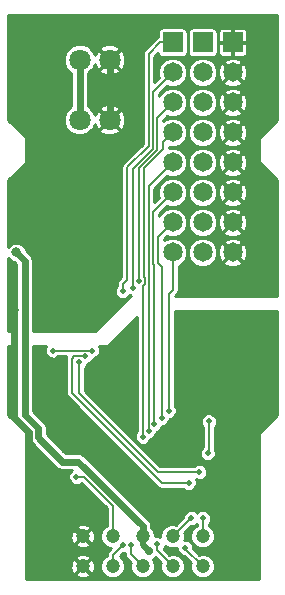
<source format=gbl>
G04 #@! TF.FileFunction,Copper,L2,Bot,Signal*
%FSLAX46Y46*%
G04 Gerber Fmt 4.6, Leading zero omitted, Abs format (unit mm)*
G04 Created by KiCad (PCBNEW 4.0.7) date 07/31/18 09:39:55*
%MOMM*%
%LPD*%
G01*
G04 APERTURE LIST*
%ADD10C,0.100000*%
%ADD11C,1.200000*%
%ADD12C,1.800000*%
%ADD13R,1.651000X1.651000*%
%ADD14C,1.651000*%
%ADD15C,0.500000*%
%ADD16C,0.800000*%
%ADD17C,0.600000*%
%ADD18C,0.700000*%
%ADD19C,0.152400*%
%ADD20C,0.600000*%
%ADD21C,0.500000*%
%ADD22C,0.254000*%
G04 APERTURE END LIST*
D10*
D11*
X155080000Y-120230000D03*
X155080000Y-122770000D03*
X152540000Y-120230000D03*
X152540000Y-122770000D03*
X150000000Y-120230000D03*
X150000000Y-122770000D03*
X147460000Y-120230000D03*
X147460000Y-122770000D03*
X144920000Y-120230000D03*
X144920000Y-122770000D03*
D12*
X144666000Y-79880000D03*
X147206000Y-79880000D03*
X144666000Y-84960000D03*
X147206000Y-84960000D03*
D13*
X155080000Y-78410000D03*
D14*
X155080000Y-80950000D03*
X155080000Y-83490000D03*
X155080000Y-86030000D03*
X155080000Y-88570000D03*
X155080000Y-91110000D03*
X155080000Y-93650000D03*
X155080000Y-96190000D03*
D13*
X157620000Y-78410000D03*
D14*
X157620000Y-80950000D03*
X157620000Y-83490000D03*
X157620000Y-86030000D03*
X157620000Y-88570000D03*
X157620000Y-91110000D03*
X157620000Y-93650000D03*
X157620000Y-96190000D03*
D13*
X152540000Y-78410000D03*
D14*
X152540000Y-80950000D03*
X152540000Y-83490000D03*
X152540000Y-86030000D03*
X152540000Y-88570000D03*
X152540000Y-91110000D03*
X152540000Y-93650000D03*
X152540000Y-96190000D03*
D15*
X148300000Y-121000000D03*
X149000000Y-121000000D03*
X153600000Y-121200000D03*
X155600000Y-110500000D03*
X155500000Y-113200000D03*
X151200000Y-120900000D03*
D16*
X139100000Y-101100000D03*
X145700000Y-117600000D03*
X142700000Y-122500000D03*
D17*
X143400000Y-112900000D03*
X153500000Y-103900000D03*
X146400000Y-112100000D03*
X148700000Y-114100000D03*
D15*
X145700000Y-104500000D03*
X142400000Y-104500000D03*
X144400000Y-115200000D03*
X154100000Y-118700000D03*
X153900000Y-115700000D03*
X145100000Y-105000000D03*
X154800000Y-114800000D03*
X155100000Y-118700000D03*
X144600000Y-105500000D03*
D16*
X139300000Y-96200000D03*
D18*
X150500000Y-121500000D03*
D15*
X149200000Y-99200000D03*
X149700000Y-98600000D03*
X150000000Y-111800000D03*
X150500000Y-111300000D03*
X151000000Y-110700000D03*
X151600000Y-110200000D03*
X152200000Y-109600000D03*
X148300000Y-99500000D03*
D19*
X147460000Y-122770000D02*
X147460000Y-121840000D01*
X147460000Y-121840000D02*
X148300000Y-121000000D01*
X150000000Y-122770000D02*
X149000000Y-121770000D01*
X149000000Y-121770000D02*
X149000000Y-121000000D01*
X155080000Y-122770000D02*
X153600000Y-121290000D01*
X153600000Y-121290000D02*
X153600000Y-121200000D01*
X155600000Y-110500000D02*
X155600000Y-113100000D01*
X155600000Y-113100000D02*
X155500000Y-113200000D01*
X152540000Y-122770000D02*
X151200000Y-121430000D01*
X151200000Y-121430000D02*
X151200000Y-120900000D01*
D20*
X140400000Y-111400000D02*
X139100000Y-110100000D01*
X139100000Y-110100000D02*
X139100000Y-101100000D01*
X140400000Y-117300000D02*
X140400000Y-111400000D01*
X142730001Y-119630001D02*
X140400000Y-117300000D01*
X144920000Y-120230000D02*
X144320001Y-119630001D01*
X144320001Y-119630001D02*
X142730001Y-119630001D01*
X147206000Y-79880000D02*
X147206000Y-84960000D01*
D19*
X142400000Y-104500000D02*
X145700000Y-104500000D01*
X147460000Y-117660000D02*
X145000000Y-115200000D01*
X145000000Y-115200000D02*
X144400000Y-115200000D01*
X147460000Y-120230000D02*
X147460000Y-117660000D01*
X145100000Y-105000000D02*
X144200000Y-105000000D01*
X144200000Y-105000000D02*
X144000000Y-105200000D01*
X144000000Y-108100000D02*
X151600000Y-115700000D01*
X144000000Y-105200000D02*
X144000000Y-108100000D01*
X151600000Y-115700000D02*
X153900000Y-115700000D01*
X152540000Y-120230000D02*
X154070000Y-118700000D01*
X154070000Y-118700000D02*
X154100000Y-118700000D01*
X144600000Y-105500000D02*
X144600000Y-108100000D01*
X144600000Y-108100000D02*
X151300000Y-114800000D01*
X151300000Y-114800000D02*
X154800000Y-114800000D01*
X155080000Y-120230000D02*
X155080000Y-118720000D01*
X155080000Y-118720000D02*
X155100000Y-118700000D01*
D20*
X140000000Y-102000000D02*
X140000000Y-96900000D01*
X140000000Y-96900000D02*
X139300000Y-96200000D01*
X143200000Y-113900000D02*
X141152411Y-111852411D01*
X141152411Y-111852411D02*
X141152411Y-111088342D01*
X144547568Y-113900000D02*
X143200000Y-113900000D01*
X150000000Y-119352432D02*
X144547568Y-113900000D01*
X150000000Y-120230000D02*
X150000000Y-119352432D01*
D21*
X150000000Y-120230000D02*
X150000000Y-121000000D01*
X150000000Y-121000000D02*
X150500000Y-121500000D01*
X150000000Y-120230000D02*
X150000000Y-120300000D01*
D20*
X140000000Y-109935931D02*
X140000000Y-102565685D01*
X140000000Y-102565685D02*
X140000000Y-102000000D01*
X141152411Y-111088342D02*
X140000000Y-109935931D01*
D19*
X150900000Y-87400000D02*
X150900000Y-82590000D01*
X150900000Y-82590000D02*
X152540000Y-80950000D01*
X149200000Y-89100000D02*
X150900000Y-87400000D01*
X149200000Y-99200000D02*
X149200000Y-89100000D01*
X151714501Y-84315499D02*
X152540000Y-83490000D01*
X151204809Y-84825191D02*
X151714501Y-84315499D01*
X151204809Y-87526257D02*
X151204809Y-84825191D01*
X149700000Y-98600000D02*
X149700000Y-89031066D01*
X149700000Y-89031066D02*
X151204809Y-87526257D01*
X151714501Y-87447631D02*
X151714501Y-86855499D01*
X150078601Y-98270271D02*
X150078601Y-89083531D01*
X150178601Y-98370271D02*
X150078601Y-98270271D01*
X150078601Y-89083531D02*
X151714501Y-87447631D01*
X150178601Y-98829729D02*
X150178601Y-98370271D01*
X150000000Y-99008330D02*
X150178601Y-98829729D01*
X150000000Y-111800000D02*
X150000000Y-99008330D01*
X151714501Y-86855499D02*
X152540000Y-86030000D01*
X150500000Y-111300000D02*
X150500000Y-90610000D01*
X150500000Y-90610000D02*
X152540000Y-88570000D01*
X151000000Y-110700000D02*
X151000000Y-97300000D01*
X151000000Y-97300000D02*
X150900000Y-97200000D01*
X150900000Y-97200000D02*
X150900000Y-92750000D01*
X150900000Y-92750000D02*
X152540000Y-91110000D01*
X151600000Y-110200000D02*
X151600000Y-97400000D01*
X151600000Y-97400000D02*
X151300000Y-97100000D01*
X151300000Y-97100000D02*
X151300000Y-94890000D01*
X151300000Y-94890000D02*
X152540000Y-93650000D01*
X152200000Y-109600000D02*
X152200000Y-99700000D01*
X152200000Y-99700000D02*
X152540000Y-99360000D01*
X152540000Y-99360000D02*
X152540000Y-96190000D01*
X150500000Y-79400000D02*
X151490000Y-78410000D01*
X151490000Y-78410000D02*
X152540000Y-78410000D01*
X150500000Y-87200000D02*
X150500000Y-79400000D01*
X148700000Y-89000000D02*
X150500000Y-87200000D01*
X148700000Y-98500000D02*
X148700000Y-89000000D01*
X148300000Y-98900000D02*
X148700000Y-98500000D01*
X148300000Y-99500000D02*
X148300000Y-98900000D01*
D20*
X144666000Y-79880000D02*
X144666000Y-84960000D01*
D22*
G36*
X161373000Y-84947394D02*
X159910197Y-86410197D01*
X159883006Y-86450590D01*
X159873000Y-86500000D01*
X159873000Y-88500000D01*
X159882334Y-88547789D01*
X159910197Y-88589803D01*
X161373000Y-90052606D01*
X161373000Y-99873000D01*
X152738632Y-99873000D01*
X152895816Y-99715816D01*
X153004896Y-99552566D01*
X153043200Y-99360000D01*
X153043200Y-97337289D01*
X153248557Y-97252437D01*
X153601199Y-96900411D01*
X153792282Y-96440231D01*
X153792283Y-96438045D01*
X153827283Y-96438045D01*
X154017563Y-96898557D01*
X154369589Y-97251199D01*
X154829769Y-97442282D01*
X155328045Y-97442717D01*
X155788557Y-97252437D01*
X156007754Y-97033622D01*
X156808905Y-97033622D01*
X156888105Y-97236497D01*
X157344294Y-97436921D01*
X157842457Y-97447513D01*
X158306753Y-97266660D01*
X158351895Y-97236497D01*
X158431095Y-97033622D01*
X157620000Y-96222527D01*
X156808905Y-97033622D01*
X156007754Y-97033622D01*
X156141199Y-96900411D01*
X156332282Y-96440231D01*
X156332306Y-96412457D01*
X156362487Y-96412457D01*
X156543340Y-96876753D01*
X156573503Y-96921895D01*
X156776378Y-97001095D01*
X157587473Y-96190000D01*
X157652527Y-96190000D01*
X158463622Y-97001095D01*
X158666497Y-96921895D01*
X158866921Y-96465706D01*
X158877513Y-95967543D01*
X158696660Y-95503247D01*
X158666497Y-95458105D01*
X158463622Y-95378905D01*
X157652527Y-96190000D01*
X157587473Y-96190000D01*
X156776378Y-95378905D01*
X156573503Y-95458105D01*
X156373079Y-95914294D01*
X156362487Y-96412457D01*
X156332306Y-96412457D01*
X156332717Y-95941955D01*
X156142437Y-95481443D01*
X156007608Y-95346378D01*
X156808905Y-95346378D01*
X157620000Y-96157473D01*
X158431095Y-95346378D01*
X158351895Y-95143503D01*
X157895706Y-94943079D01*
X157397543Y-94932487D01*
X156933247Y-95113340D01*
X156888105Y-95143503D01*
X156808905Y-95346378D01*
X156007608Y-95346378D01*
X155790411Y-95128801D01*
X155330231Y-94937718D01*
X154831955Y-94937283D01*
X154371443Y-95127563D01*
X154018801Y-95479589D01*
X153827718Y-95939769D01*
X153827283Y-96438045D01*
X153792283Y-96438045D01*
X153792717Y-95941955D01*
X153602437Y-95481443D01*
X153250411Y-95128801D01*
X152790231Y-94937718D01*
X152291955Y-94937283D01*
X151831443Y-95127563D01*
X151803200Y-95155757D01*
X151803200Y-95098432D01*
X152084560Y-94817072D01*
X152289769Y-94902282D01*
X152788045Y-94902717D01*
X153248557Y-94712437D01*
X153601199Y-94360411D01*
X153792282Y-93900231D01*
X153792283Y-93898045D01*
X153827283Y-93898045D01*
X154017563Y-94358557D01*
X154369589Y-94711199D01*
X154829769Y-94902282D01*
X155328045Y-94902717D01*
X155788557Y-94712437D01*
X156007754Y-94493622D01*
X156808905Y-94493622D01*
X156888105Y-94696497D01*
X157344294Y-94896921D01*
X157842457Y-94907513D01*
X158306753Y-94726660D01*
X158351895Y-94696497D01*
X158431095Y-94493622D01*
X157620000Y-93682527D01*
X156808905Y-94493622D01*
X156007754Y-94493622D01*
X156141199Y-94360411D01*
X156332282Y-93900231D01*
X156332306Y-93872457D01*
X156362487Y-93872457D01*
X156543340Y-94336753D01*
X156573503Y-94381895D01*
X156776378Y-94461095D01*
X157587473Y-93650000D01*
X157652527Y-93650000D01*
X158463622Y-94461095D01*
X158666497Y-94381895D01*
X158866921Y-93925706D01*
X158877513Y-93427543D01*
X158696660Y-92963247D01*
X158666497Y-92918105D01*
X158463622Y-92838905D01*
X157652527Y-93650000D01*
X157587473Y-93650000D01*
X156776378Y-92838905D01*
X156573503Y-92918105D01*
X156373079Y-93374294D01*
X156362487Y-93872457D01*
X156332306Y-93872457D01*
X156332717Y-93401955D01*
X156142437Y-92941443D01*
X156007608Y-92806378D01*
X156808905Y-92806378D01*
X157620000Y-93617473D01*
X158431095Y-92806378D01*
X158351895Y-92603503D01*
X157895706Y-92403079D01*
X157397543Y-92392487D01*
X156933247Y-92573340D01*
X156888105Y-92603503D01*
X156808905Y-92806378D01*
X156007608Y-92806378D01*
X155790411Y-92588801D01*
X155330231Y-92397718D01*
X154831955Y-92397283D01*
X154371443Y-92587563D01*
X154018801Y-92939589D01*
X153827718Y-93399769D01*
X153827283Y-93898045D01*
X153792283Y-93898045D01*
X153792717Y-93401955D01*
X153602437Y-92941443D01*
X153250411Y-92588801D01*
X152790231Y-92397718D01*
X152291955Y-92397283D01*
X151831443Y-92587563D01*
X151478801Y-92939589D01*
X151403200Y-93121657D01*
X151403200Y-92958432D01*
X152084560Y-92277072D01*
X152289769Y-92362282D01*
X152788045Y-92362717D01*
X153248557Y-92172437D01*
X153601199Y-91820411D01*
X153792282Y-91360231D01*
X153792283Y-91358045D01*
X153827283Y-91358045D01*
X154017563Y-91818557D01*
X154369589Y-92171199D01*
X154829769Y-92362282D01*
X155328045Y-92362717D01*
X155788557Y-92172437D01*
X156007754Y-91953622D01*
X156808905Y-91953622D01*
X156888105Y-92156497D01*
X157344294Y-92356921D01*
X157842457Y-92367513D01*
X158306753Y-92186660D01*
X158351895Y-92156497D01*
X158431095Y-91953622D01*
X157620000Y-91142527D01*
X156808905Y-91953622D01*
X156007754Y-91953622D01*
X156141199Y-91820411D01*
X156332282Y-91360231D01*
X156332306Y-91332457D01*
X156362487Y-91332457D01*
X156543340Y-91796753D01*
X156573503Y-91841895D01*
X156776378Y-91921095D01*
X157587473Y-91110000D01*
X157652527Y-91110000D01*
X158463622Y-91921095D01*
X158666497Y-91841895D01*
X158866921Y-91385706D01*
X158877513Y-90887543D01*
X158696660Y-90423247D01*
X158666497Y-90378105D01*
X158463622Y-90298905D01*
X157652527Y-91110000D01*
X157587473Y-91110000D01*
X156776378Y-90298905D01*
X156573503Y-90378105D01*
X156373079Y-90834294D01*
X156362487Y-91332457D01*
X156332306Y-91332457D01*
X156332717Y-90861955D01*
X156142437Y-90401443D01*
X156007608Y-90266378D01*
X156808905Y-90266378D01*
X157620000Y-91077473D01*
X158431095Y-90266378D01*
X158351895Y-90063503D01*
X157895706Y-89863079D01*
X157397543Y-89852487D01*
X156933247Y-90033340D01*
X156888105Y-90063503D01*
X156808905Y-90266378D01*
X156007608Y-90266378D01*
X155790411Y-90048801D01*
X155330231Y-89857718D01*
X154831955Y-89857283D01*
X154371443Y-90047563D01*
X154018801Y-90399589D01*
X153827718Y-90859769D01*
X153827283Y-91358045D01*
X153792283Y-91358045D01*
X153792717Y-90861955D01*
X153602437Y-90401443D01*
X153250411Y-90048801D01*
X152790231Y-89857718D01*
X152291955Y-89857283D01*
X151831443Y-90047563D01*
X151478801Y-90399589D01*
X151287718Y-90859769D01*
X151287283Y-91358045D01*
X151372963Y-91565405D01*
X151003200Y-91935168D01*
X151003200Y-90818432D01*
X152084560Y-89737072D01*
X152289769Y-89822282D01*
X152788045Y-89822717D01*
X153248557Y-89632437D01*
X153601199Y-89280411D01*
X153792282Y-88820231D01*
X153792283Y-88818045D01*
X153827283Y-88818045D01*
X154017563Y-89278557D01*
X154369589Y-89631199D01*
X154829769Y-89822282D01*
X155328045Y-89822717D01*
X155788557Y-89632437D01*
X156007754Y-89413622D01*
X156808905Y-89413622D01*
X156888105Y-89616497D01*
X157344294Y-89816921D01*
X157842457Y-89827513D01*
X158306753Y-89646660D01*
X158351895Y-89616497D01*
X158431095Y-89413622D01*
X157620000Y-88602527D01*
X156808905Y-89413622D01*
X156007754Y-89413622D01*
X156141199Y-89280411D01*
X156332282Y-88820231D01*
X156332306Y-88792457D01*
X156362487Y-88792457D01*
X156543340Y-89256753D01*
X156573503Y-89301895D01*
X156776378Y-89381095D01*
X157587473Y-88570000D01*
X157652527Y-88570000D01*
X158463622Y-89381095D01*
X158666497Y-89301895D01*
X158866921Y-88845706D01*
X158877513Y-88347543D01*
X158696660Y-87883247D01*
X158666497Y-87838105D01*
X158463622Y-87758905D01*
X157652527Y-88570000D01*
X157587473Y-88570000D01*
X156776378Y-87758905D01*
X156573503Y-87838105D01*
X156373079Y-88294294D01*
X156362487Y-88792457D01*
X156332306Y-88792457D01*
X156332717Y-88321955D01*
X156142437Y-87861443D01*
X156007608Y-87726378D01*
X156808905Y-87726378D01*
X157620000Y-88537473D01*
X158431095Y-87726378D01*
X158351895Y-87523503D01*
X157895706Y-87323079D01*
X157397543Y-87312487D01*
X156933247Y-87493340D01*
X156888105Y-87523503D01*
X156808905Y-87726378D01*
X156007608Y-87726378D01*
X155790411Y-87508801D01*
X155330231Y-87317718D01*
X154831955Y-87317283D01*
X154371443Y-87507563D01*
X154018801Y-87859589D01*
X153827718Y-88319769D01*
X153827283Y-88818045D01*
X153792283Y-88818045D01*
X153792717Y-88321955D01*
X153602437Y-87861443D01*
X153250411Y-87508801D01*
X152790231Y-87317718D01*
X152291955Y-87317283D01*
X152217701Y-87347964D01*
X152217701Y-87252357D01*
X152289769Y-87282282D01*
X152788045Y-87282717D01*
X153248557Y-87092437D01*
X153601199Y-86740411D01*
X153792282Y-86280231D01*
X153792283Y-86278045D01*
X153827283Y-86278045D01*
X154017563Y-86738557D01*
X154369589Y-87091199D01*
X154829769Y-87282282D01*
X155328045Y-87282717D01*
X155788557Y-87092437D01*
X156007754Y-86873622D01*
X156808905Y-86873622D01*
X156888105Y-87076497D01*
X157344294Y-87276921D01*
X157842457Y-87287513D01*
X158306753Y-87106660D01*
X158351895Y-87076497D01*
X158431095Y-86873622D01*
X157620000Y-86062527D01*
X156808905Y-86873622D01*
X156007754Y-86873622D01*
X156141199Y-86740411D01*
X156332282Y-86280231D01*
X156332306Y-86252457D01*
X156362487Y-86252457D01*
X156543340Y-86716753D01*
X156573503Y-86761895D01*
X156776378Y-86841095D01*
X157587473Y-86030000D01*
X157652527Y-86030000D01*
X158463622Y-86841095D01*
X158666497Y-86761895D01*
X158866921Y-86305706D01*
X158877513Y-85807543D01*
X158696660Y-85343247D01*
X158666497Y-85298105D01*
X158463622Y-85218905D01*
X157652527Y-86030000D01*
X157587473Y-86030000D01*
X156776378Y-85218905D01*
X156573503Y-85298105D01*
X156373079Y-85754294D01*
X156362487Y-86252457D01*
X156332306Y-86252457D01*
X156332717Y-85781955D01*
X156142437Y-85321443D01*
X156007608Y-85186378D01*
X156808905Y-85186378D01*
X157620000Y-85997473D01*
X158431095Y-85186378D01*
X158351895Y-84983503D01*
X157895706Y-84783079D01*
X157397543Y-84772487D01*
X156933247Y-84953340D01*
X156888105Y-84983503D01*
X156808905Y-85186378D01*
X156007608Y-85186378D01*
X155790411Y-84968801D01*
X155330231Y-84777718D01*
X154831955Y-84777283D01*
X154371443Y-84967563D01*
X154018801Y-85319589D01*
X153827718Y-85779769D01*
X153827283Y-86278045D01*
X153792283Y-86278045D01*
X153792717Y-85781955D01*
X153602437Y-85321443D01*
X153250411Y-84968801D01*
X152790231Y-84777718D01*
X152291955Y-84777283D01*
X151831443Y-84967563D01*
X151708009Y-85090781D01*
X151708009Y-85033623D01*
X152084560Y-84657072D01*
X152289769Y-84742282D01*
X152788045Y-84742717D01*
X153248557Y-84552437D01*
X153601199Y-84200411D01*
X153792282Y-83740231D01*
X153792283Y-83738045D01*
X153827283Y-83738045D01*
X154017563Y-84198557D01*
X154369589Y-84551199D01*
X154829769Y-84742282D01*
X155328045Y-84742717D01*
X155788557Y-84552437D01*
X156007754Y-84333622D01*
X156808905Y-84333622D01*
X156888105Y-84536497D01*
X157344294Y-84736921D01*
X157842457Y-84747513D01*
X158306753Y-84566660D01*
X158351895Y-84536497D01*
X158431095Y-84333622D01*
X157620000Y-83522527D01*
X156808905Y-84333622D01*
X156007754Y-84333622D01*
X156141199Y-84200411D01*
X156332282Y-83740231D01*
X156332306Y-83712457D01*
X156362487Y-83712457D01*
X156543340Y-84176753D01*
X156573503Y-84221895D01*
X156776378Y-84301095D01*
X157587473Y-83490000D01*
X157652527Y-83490000D01*
X158463622Y-84301095D01*
X158666497Y-84221895D01*
X158866921Y-83765706D01*
X158877513Y-83267543D01*
X158696660Y-82803247D01*
X158666497Y-82758105D01*
X158463622Y-82678905D01*
X157652527Y-83490000D01*
X157587473Y-83490000D01*
X156776378Y-82678905D01*
X156573503Y-82758105D01*
X156373079Y-83214294D01*
X156362487Y-83712457D01*
X156332306Y-83712457D01*
X156332717Y-83241955D01*
X156142437Y-82781443D01*
X156007608Y-82646378D01*
X156808905Y-82646378D01*
X157620000Y-83457473D01*
X158431095Y-82646378D01*
X158351895Y-82443503D01*
X157895706Y-82243079D01*
X157397543Y-82232487D01*
X156933247Y-82413340D01*
X156888105Y-82443503D01*
X156808905Y-82646378D01*
X156007608Y-82646378D01*
X155790411Y-82428801D01*
X155330231Y-82237718D01*
X154831955Y-82237283D01*
X154371443Y-82427563D01*
X154018801Y-82779589D01*
X153827718Y-83239769D01*
X153827283Y-83738045D01*
X153792283Y-83738045D01*
X153792717Y-83241955D01*
X153602437Y-82781443D01*
X153250411Y-82428801D01*
X152790231Y-82237718D01*
X152291955Y-82237283D01*
X151831443Y-82427563D01*
X151478801Y-82779589D01*
X151403200Y-82961657D01*
X151403200Y-82798432D01*
X152084560Y-82117072D01*
X152289769Y-82202282D01*
X152788045Y-82202717D01*
X153248557Y-82012437D01*
X153601199Y-81660411D01*
X153792282Y-81200231D01*
X153792283Y-81198045D01*
X153827283Y-81198045D01*
X154017563Y-81658557D01*
X154369589Y-82011199D01*
X154829769Y-82202282D01*
X155328045Y-82202717D01*
X155788557Y-82012437D01*
X156007754Y-81793622D01*
X156808905Y-81793622D01*
X156888105Y-81996497D01*
X157344294Y-82196921D01*
X157842457Y-82207513D01*
X158306753Y-82026660D01*
X158351895Y-81996497D01*
X158431095Y-81793622D01*
X157620000Y-80982527D01*
X156808905Y-81793622D01*
X156007754Y-81793622D01*
X156141199Y-81660411D01*
X156332282Y-81200231D01*
X156332306Y-81172457D01*
X156362487Y-81172457D01*
X156543340Y-81636753D01*
X156573503Y-81681895D01*
X156776378Y-81761095D01*
X157587473Y-80950000D01*
X157652527Y-80950000D01*
X158463622Y-81761095D01*
X158666497Y-81681895D01*
X158866921Y-81225706D01*
X158877513Y-80727543D01*
X158696660Y-80263247D01*
X158666497Y-80218105D01*
X158463622Y-80138905D01*
X157652527Y-80950000D01*
X157587473Y-80950000D01*
X156776378Y-80138905D01*
X156573503Y-80218105D01*
X156373079Y-80674294D01*
X156362487Y-81172457D01*
X156332306Y-81172457D01*
X156332717Y-80701955D01*
X156142437Y-80241443D01*
X156007608Y-80106378D01*
X156808905Y-80106378D01*
X157620000Y-80917473D01*
X158431095Y-80106378D01*
X158351895Y-79903503D01*
X157895706Y-79703079D01*
X157397543Y-79692487D01*
X156933247Y-79873340D01*
X156888105Y-79903503D01*
X156808905Y-80106378D01*
X156007608Y-80106378D01*
X155790411Y-79888801D01*
X155330231Y-79697718D01*
X154831955Y-79697283D01*
X154371443Y-79887563D01*
X154018801Y-80239589D01*
X153827718Y-80699769D01*
X153827283Y-81198045D01*
X153792283Y-81198045D01*
X153792717Y-80701955D01*
X153602437Y-80241443D01*
X153250411Y-79888801D01*
X152790231Y-79697718D01*
X152291955Y-79697283D01*
X151831443Y-79887563D01*
X151478801Y-80239589D01*
X151287718Y-80699769D01*
X151287283Y-81198045D01*
X151372963Y-81405405D01*
X151003200Y-81775168D01*
X151003200Y-79608432D01*
X151294496Y-79317136D01*
X151308909Y-79393737D01*
X151402427Y-79539067D01*
X151545119Y-79636564D01*
X151714500Y-79670865D01*
X153365500Y-79670865D01*
X153523737Y-79641091D01*
X153669067Y-79547573D01*
X153766564Y-79404881D01*
X153800865Y-79235500D01*
X153800865Y-77584500D01*
X153819135Y-77584500D01*
X153819135Y-79235500D01*
X153848909Y-79393737D01*
X153942427Y-79539067D01*
X154085119Y-79636564D01*
X154254500Y-79670865D01*
X155905500Y-79670865D01*
X156063737Y-79641091D01*
X156209067Y-79547573D01*
X156306564Y-79404881D01*
X156340865Y-79235500D01*
X156340865Y-78539750D01*
X156367500Y-78539750D01*
X156367500Y-79320436D01*
X156432507Y-79477376D01*
X156552624Y-79597493D01*
X156709565Y-79662500D01*
X157490250Y-79662500D01*
X157597000Y-79555750D01*
X157597000Y-78433000D01*
X157643000Y-78433000D01*
X157643000Y-79555750D01*
X157749750Y-79662500D01*
X158530435Y-79662500D01*
X158687376Y-79597493D01*
X158807493Y-79477376D01*
X158872500Y-79320436D01*
X158872500Y-78539750D01*
X158765750Y-78433000D01*
X157643000Y-78433000D01*
X157597000Y-78433000D01*
X156474250Y-78433000D01*
X156367500Y-78539750D01*
X156340865Y-78539750D01*
X156340865Y-77584500D01*
X156324884Y-77499564D01*
X156367500Y-77499564D01*
X156367500Y-78280250D01*
X156474250Y-78387000D01*
X157597000Y-78387000D01*
X157597000Y-77264250D01*
X157643000Y-77264250D01*
X157643000Y-78387000D01*
X158765750Y-78387000D01*
X158872500Y-78280250D01*
X158872500Y-77499564D01*
X158807493Y-77342624D01*
X158687376Y-77222507D01*
X158530435Y-77157500D01*
X157749750Y-77157500D01*
X157643000Y-77264250D01*
X157597000Y-77264250D01*
X157490250Y-77157500D01*
X156709565Y-77157500D01*
X156552624Y-77222507D01*
X156432507Y-77342624D01*
X156367500Y-77499564D01*
X156324884Y-77499564D01*
X156311091Y-77426263D01*
X156217573Y-77280933D01*
X156074881Y-77183436D01*
X155905500Y-77149135D01*
X154254500Y-77149135D01*
X154096263Y-77178909D01*
X153950933Y-77272427D01*
X153853436Y-77415119D01*
X153819135Y-77584500D01*
X153800865Y-77584500D01*
X153771091Y-77426263D01*
X153677573Y-77280933D01*
X153534881Y-77183436D01*
X153365500Y-77149135D01*
X151714500Y-77149135D01*
X151556263Y-77178909D01*
X151410933Y-77272427D01*
X151313436Y-77415119D01*
X151279135Y-77584500D01*
X151279135Y-77957330D01*
X151134184Y-78054184D01*
X150144184Y-79044184D01*
X150035104Y-79207434D01*
X149996800Y-79400000D01*
X149996800Y-86991568D01*
X148344184Y-88644184D01*
X148235104Y-88807434D01*
X148196800Y-89000000D01*
X148196800Y-98291568D01*
X147944184Y-98544184D01*
X147835104Y-98707434D01*
X147796800Y-98900000D01*
X147796800Y-99045735D01*
X147726402Y-99116010D01*
X147623118Y-99364746D01*
X147622883Y-99634073D01*
X147725733Y-99882989D01*
X147916010Y-100073598D01*
X148164746Y-100176882D01*
X148434073Y-100177117D01*
X148682989Y-100074267D01*
X148873598Y-99883990D01*
X148904226Y-99810229D01*
X149055397Y-99873000D01*
X149000000Y-99873000D01*
X148950590Y-99883006D01*
X148910197Y-99910197D01*
X145947394Y-102873000D01*
X140727000Y-102873000D01*
X140727000Y-96900000D01*
X140671660Y-96621789D01*
X140514067Y-96385933D01*
X140514064Y-96385931D01*
X140100941Y-95972807D01*
X140001505Y-95732154D01*
X139769070Y-95499312D01*
X139465222Y-95373144D01*
X139136221Y-95372857D01*
X138832154Y-95498495D01*
X138627000Y-95703290D01*
X138627000Y-90052606D01*
X140089803Y-88589803D01*
X140116994Y-88549410D01*
X140127000Y-88500000D01*
X140127000Y-86500000D01*
X140117666Y-86452211D01*
X140089803Y-86410197D01*
X138627000Y-84947394D01*
X138627000Y-80142798D01*
X143338771Y-80142798D01*
X143540369Y-80630703D01*
X143913334Y-81004319D01*
X143939000Y-81014977D01*
X143939000Y-83824575D01*
X143915297Y-83834369D01*
X143541681Y-84207334D01*
X143339231Y-84694885D01*
X143338771Y-85222798D01*
X143540369Y-85710703D01*
X143913334Y-86084319D01*
X144400885Y-86286769D01*
X144928798Y-86287229D01*
X145416703Y-86085631D01*
X145645389Y-85857343D01*
X146341184Y-85857343D01*
X146429451Y-86067959D01*
X146912560Y-86280793D01*
X147440342Y-86292548D01*
X147932448Y-86101435D01*
X147982549Y-86067959D01*
X148070816Y-85857343D01*
X147206000Y-84992527D01*
X146341184Y-85857343D01*
X145645389Y-85857343D01*
X145790319Y-85712666D01*
X145937290Y-85358722D01*
X146064565Y-85686448D01*
X146098041Y-85736549D01*
X146308657Y-85824816D01*
X147173473Y-84960000D01*
X147238527Y-84960000D01*
X148103343Y-85824816D01*
X148313959Y-85736549D01*
X148526793Y-85253440D01*
X148538548Y-84725658D01*
X148347435Y-84233552D01*
X148313959Y-84183451D01*
X148103343Y-84095184D01*
X147238527Y-84960000D01*
X147173473Y-84960000D01*
X146308657Y-84095184D01*
X146098041Y-84183451D01*
X145934416Y-84554862D01*
X145791631Y-84209297D01*
X145645247Y-84062657D01*
X146341184Y-84062657D01*
X147206000Y-84927473D01*
X148070816Y-84062657D01*
X147982549Y-83852041D01*
X147499440Y-83639207D01*
X146971658Y-83627452D01*
X146479552Y-83818565D01*
X146429451Y-83852041D01*
X146341184Y-84062657D01*
X145645247Y-84062657D01*
X145418666Y-83835681D01*
X145393000Y-83825023D01*
X145393000Y-81015425D01*
X145416703Y-81005631D01*
X145645389Y-80777343D01*
X146341184Y-80777343D01*
X146429451Y-80987959D01*
X146912560Y-81200793D01*
X147440342Y-81212548D01*
X147932448Y-81021435D01*
X147982549Y-80987959D01*
X148070816Y-80777343D01*
X147206000Y-79912527D01*
X146341184Y-80777343D01*
X145645389Y-80777343D01*
X145790319Y-80632666D01*
X145937290Y-80278722D01*
X146064565Y-80606448D01*
X146098041Y-80656549D01*
X146308657Y-80744816D01*
X147173473Y-79880000D01*
X147238527Y-79880000D01*
X148103343Y-80744816D01*
X148313959Y-80656549D01*
X148526793Y-80173440D01*
X148538548Y-79645658D01*
X148347435Y-79153552D01*
X148313959Y-79103451D01*
X148103343Y-79015184D01*
X147238527Y-79880000D01*
X147173473Y-79880000D01*
X146308657Y-79015184D01*
X146098041Y-79103451D01*
X145934416Y-79474862D01*
X145791631Y-79129297D01*
X145645247Y-78982657D01*
X146341184Y-78982657D01*
X147206000Y-79847473D01*
X148070816Y-78982657D01*
X147982549Y-78772041D01*
X147499440Y-78559207D01*
X146971658Y-78547452D01*
X146479552Y-78738565D01*
X146429451Y-78772041D01*
X146341184Y-78982657D01*
X145645247Y-78982657D01*
X145418666Y-78755681D01*
X144931115Y-78553231D01*
X144403202Y-78552771D01*
X143915297Y-78754369D01*
X143541681Y-79127334D01*
X143339231Y-79614885D01*
X143338771Y-80142798D01*
X138627000Y-80142798D01*
X138627000Y-76127000D01*
X161373000Y-76127000D01*
X161373000Y-84947394D01*
X161373000Y-84947394D01*
G37*
X161373000Y-84947394D02*
X159910197Y-86410197D01*
X159883006Y-86450590D01*
X159873000Y-86500000D01*
X159873000Y-88500000D01*
X159882334Y-88547789D01*
X159910197Y-88589803D01*
X161373000Y-90052606D01*
X161373000Y-99873000D01*
X152738632Y-99873000D01*
X152895816Y-99715816D01*
X153004896Y-99552566D01*
X153043200Y-99360000D01*
X153043200Y-97337289D01*
X153248557Y-97252437D01*
X153601199Y-96900411D01*
X153792282Y-96440231D01*
X153792283Y-96438045D01*
X153827283Y-96438045D01*
X154017563Y-96898557D01*
X154369589Y-97251199D01*
X154829769Y-97442282D01*
X155328045Y-97442717D01*
X155788557Y-97252437D01*
X156007754Y-97033622D01*
X156808905Y-97033622D01*
X156888105Y-97236497D01*
X157344294Y-97436921D01*
X157842457Y-97447513D01*
X158306753Y-97266660D01*
X158351895Y-97236497D01*
X158431095Y-97033622D01*
X157620000Y-96222527D01*
X156808905Y-97033622D01*
X156007754Y-97033622D01*
X156141199Y-96900411D01*
X156332282Y-96440231D01*
X156332306Y-96412457D01*
X156362487Y-96412457D01*
X156543340Y-96876753D01*
X156573503Y-96921895D01*
X156776378Y-97001095D01*
X157587473Y-96190000D01*
X157652527Y-96190000D01*
X158463622Y-97001095D01*
X158666497Y-96921895D01*
X158866921Y-96465706D01*
X158877513Y-95967543D01*
X158696660Y-95503247D01*
X158666497Y-95458105D01*
X158463622Y-95378905D01*
X157652527Y-96190000D01*
X157587473Y-96190000D01*
X156776378Y-95378905D01*
X156573503Y-95458105D01*
X156373079Y-95914294D01*
X156362487Y-96412457D01*
X156332306Y-96412457D01*
X156332717Y-95941955D01*
X156142437Y-95481443D01*
X156007608Y-95346378D01*
X156808905Y-95346378D01*
X157620000Y-96157473D01*
X158431095Y-95346378D01*
X158351895Y-95143503D01*
X157895706Y-94943079D01*
X157397543Y-94932487D01*
X156933247Y-95113340D01*
X156888105Y-95143503D01*
X156808905Y-95346378D01*
X156007608Y-95346378D01*
X155790411Y-95128801D01*
X155330231Y-94937718D01*
X154831955Y-94937283D01*
X154371443Y-95127563D01*
X154018801Y-95479589D01*
X153827718Y-95939769D01*
X153827283Y-96438045D01*
X153792283Y-96438045D01*
X153792717Y-95941955D01*
X153602437Y-95481443D01*
X153250411Y-95128801D01*
X152790231Y-94937718D01*
X152291955Y-94937283D01*
X151831443Y-95127563D01*
X151803200Y-95155757D01*
X151803200Y-95098432D01*
X152084560Y-94817072D01*
X152289769Y-94902282D01*
X152788045Y-94902717D01*
X153248557Y-94712437D01*
X153601199Y-94360411D01*
X153792282Y-93900231D01*
X153792283Y-93898045D01*
X153827283Y-93898045D01*
X154017563Y-94358557D01*
X154369589Y-94711199D01*
X154829769Y-94902282D01*
X155328045Y-94902717D01*
X155788557Y-94712437D01*
X156007754Y-94493622D01*
X156808905Y-94493622D01*
X156888105Y-94696497D01*
X157344294Y-94896921D01*
X157842457Y-94907513D01*
X158306753Y-94726660D01*
X158351895Y-94696497D01*
X158431095Y-94493622D01*
X157620000Y-93682527D01*
X156808905Y-94493622D01*
X156007754Y-94493622D01*
X156141199Y-94360411D01*
X156332282Y-93900231D01*
X156332306Y-93872457D01*
X156362487Y-93872457D01*
X156543340Y-94336753D01*
X156573503Y-94381895D01*
X156776378Y-94461095D01*
X157587473Y-93650000D01*
X157652527Y-93650000D01*
X158463622Y-94461095D01*
X158666497Y-94381895D01*
X158866921Y-93925706D01*
X158877513Y-93427543D01*
X158696660Y-92963247D01*
X158666497Y-92918105D01*
X158463622Y-92838905D01*
X157652527Y-93650000D01*
X157587473Y-93650000D01*
X156776378Y-92838905D01*
X156573503Y-92918105D01*
X156373079Y-93374294D01*
X156362487Y-93872457D01*
X156332306Y-93872457D01*
X156332717Y-93401955D01*
X156142437Y-92941443D01*
X156007608Y-92806378D01*
X156808905Y-92806378D01*
X157620000Y-93617473D01*
X158431095Y-92806378D01*
X158351895Y-92603503D01*
X157895706Y-92403079D01*
X157397543Y-92392487D01*
X156933247Y-92573340D01*
X156888105Y-92603503D01*
X156808905Y-92806378D01*
X156007608Y-92806378D01*
X155790411Y-92588801D01*
X155330231Y-92397718D01*
X154831955Y-92397283D01*
X154371443Y-92587563D01*
X154018801Y-92939589D01*
X153827718Y-93399769D01*
X153827283Y-93898045D01*
X153792283Y-93898045D01*
X153792717Y-93401955D01*
X153602437Y-92941443D01*
X153250411Y-92588801D01*
X152790231Y-92397718D01*
X152291955Y-92397283D01*
X151831443Y-92587563D01*
X151478801Y-92939589D01*
X151403200Y-93121657D01*
X151403200Y-92958432D01*
X152084560Y-92277072D01*
X152289769Y-92362282D01*
X152788045Y-92362717D01*
X153248557Y-92172437D01*
X153601199Y-91820411D01*
X153792282Y-91360231D01*
X153792283Y-91358045D01*
X153827283Y-91358045D01*
X154017563Y-91818557D01*
X154369589Y-92171199D01*
X154829769Y-92362282D01*
X155328045Y-92362717D01*
X155788557Y-92172437D01*
X156007754Y-91953622D01*
X156808905Y-91953622D01*
X156888105Y-92156497D01*
X157344294Y-92356921D01*
X157842457Y-92367513D01*
X158306753Y-92186660D01*
X158351895Y-92156497D01*
X158431095Y-91953622D01*
X157620000Y-91142527D01*
X156808905Y-91953622D01*
X156007754Y-91953622D01*
X156141199Y-91820411D01*
X156332282Y-91360231D01*
X156332306Y-91332457D01*
X156362487Y-91332457D01*
X156543340Y-91796753D01*
X156573503Y-91841895D01*
X156776378Y-91921095D01*
X157587473Y-91110000D01*
X157652527Y-91110000D01*
X158463622Y-91921095D01*
X158666497Y-91841895D01*
X158866921Y-91385706D01*
X158877513Y-90887543D01*
X158696660Y-90423247D01*
X158666497Y-90378105D01*
X158463622Y-90298905D01*
X157652527Y-91110000D01*
X157587473Y-91110000D01*
X156776378Y-90298905D01*
X156573503Y-90378105D01*
X156373079Y-90834294D01*
X156362487Y-91332457D01*
X156332306Y-91332457D01*
X156332717Y-90861955D01*
X156142437Y-90401443D01*
X156007608Y-90266378D01*
X156808905Y-90266378D01*
X157620000Y-91077473D01*
X158431095Y-90266378D01*
X158351895Y-90063503D01*
X157895706Y-89863079D01*
X157397543Y-89852487D01*
X156933247Y-90033340D01*
X156888105Y-90063503D01*
X156808905Y-90266378D01*
X156007608Y-90266378D01*
X155790411Y-90048801D01*
X155330231Y-89857718D01*
X154831955Y-89857283D01*
X154371443Y-90047563D01*
X154018801Y-90399589D01*
X153827718Y-90859769D01*
X153827283Y-91358045D01*
X153792283Y-91358045D01*
X153792717Y-90861955D01*
X153602437Y-90401443D01*
X153250411Y-90048801D01*
X152790231Y-89857718D01*
X152291955Y-89857283D01*
X151831443Y-90047563D01*
X151478801Y-90399589D01*
X151287718Y-90859769D01*
X151287283Y-91358045D01*
X151372963Y-91565405D01*
X151003200Y-91935168D01*
X151003200Y-90818432D01*
X152084560Y-89737072D01*
X152289769Y-89822282D01*
X152788045Y-89822717D01*
X153248557Y-89632437D01*
X153601199Y-89280411D01*
X153792282Y-88820231D01*
X153792283Y-88818045D01*
X153827283Y-88818045D01*
X154017563Y-89278557D01*
X154369589Y-89631199D01*
X154829769Y-89822282D01*
X155328045Y-89822717D01*
X155788557Y-89632437D01*
X156007754Y-89413622D01*
X156808905Y-89413622D01*
X156888105Y-89616497D01*
X157344294Y-89816921D01*
X157842457Y-89827513D01*
X158306753Y-89646660D01*
X158351895Y-89616497D01*
X158431095Y-89413622D01*
X157620000Y-88602527D01*
X156808905Y-89413622D01*
X156007754Y-89413622D01*
X156141199Y-89280411D01*
X156332282Y-88820231D01*
X156332306Y-88792457D01*
X156362487Y-88792457D01*
X156543340Y-89256753D01*
X156573503Y-89301895D01*
X156776378Y-89381095D01*
X157587473Y-88570000D01*
X157652527Y-88570000D01*
X158463622Y-89381095D01*
X158666497Y-89301895D01*
X158866921Y-88845706D01*
X158877513Y-88347543D01*
X158696660Y-87883247D01*
X158666497Y-87838105D01*
X158463622Y-87758905D01*
X157652527Y-88570000D01*
X157587473Y-88570000D01*
X156776378Y-87758905D01*
X156573503Y-87838105D01*
X156373079Y-88294294D01*
X156362487Y-88792457D01*
X156332306Y-88792457D01*
X156332717Y-88321955D01*
X156142437Y-87861443D01*
X156007608Y-87726378D01*
X156808905Y-87726378D01*
X157620000Y-88537473D01*
X158431095Y-87726378D01*
X158351895Y-87523503D01*
X157895706Y-87323079D01*
X157397543Y-87312487D01*
X156933247Y-87493340D01*
X156888105Y-87523503D01*
X156808905Y-87726378D01*
X156007608Y-87726378D01*
X155790411Y-87508801D01*
X155330231Y-87317718D01*
X154831955Y-87317283D01*
X154371443Y-87507563D01*
X154018801Y-87859589D01*
X153827718Y-88319769D01*
X153827283Y-88818045D01*
X153792283Y-88818045D01*
X153792717Y-88321955D01*
X153602437Y-87861443D01*
X153250411Y-87508801D01*
X152790231Y-87317718D01*
X152291955Y-87317283D01*
X152217701Y-87347964D01*
X152217701Y-87252357D01*
X152289769Y-87282282D01*
X152788045Y-87282717D01*
X153248557Y-87092437D01*
X153601199Y-86740411D01*
X153792282Y-86280231D01*
X153792283Y-86278045D01*
X153827283Y-86278045D01*
X154017563Y-86738557D01*
X154369589Y-87091199D01*
X154829769Y-87282282D01*
X155328045Y-87282717D01*
X155788557Y-87092437D01*
X156007754Y-86873622D01*
X156808905Y-86873622D01*
X156888105Y-87076497D01*
X157344294Y-87276921D01*
X157842457Y-87287513D01*
X158306753Y-87106660D01*
X158351895Y-87076497D01*
X158431095Y-86873622D01*
X157620000Y-86062527D01*
X156808905Y-86873622D01*
X156007754Y-86873622D01*
X156141199Y-86740411D01*
X156332282Y-86280231D01*
X156332306Y-86252457D01*
X156362487Y-86252457D01*
X156543340Y-86716753D01*
X156573503Y-86761895D01*
X156776378Y-86841095D01*
X157587473Y-86030000D01*
X157652527Y-86030000D01*
X158463622Y-86841095D01*
X158666497Y-86761895D01*
X158866921Y-86305706D01*
X158877513Y-85807543D01*
X158696660Y-85343247D01*
X158666497Y-85298105D01*
X158463622Y-85218905D01*
X157652527Y-86030000D01*
X157587473Y-86030000D01*
X156776378Y-85218905D01*
X156573503Y-85298105D01*
X156373079Y-85754294D01*
X156362487Y-86252457D01*
X156332306Y-86252457D01*
X156332717Y-85781955D01*
X156142437Y-85321443D01*
X156007608Y-85186378D01*
X156808905Y-85186378D01*
X157620000Y-85997473D01*
X158431095Y-85186378D01*
X158351895Y-84983503D01*
X157895706Y-84783079D01*
X157397543Y-84772487D01*
X156933247Y-84953340D01*
X156888105Y-84983503D01*
X156808905Y-85186378D01*
X156007608Y-85186378D01*
X155790411Y-84968801D01*
X155330231Y-84777718D01*
X154831955Y-84777283D01*
X154371443Y-84967563D01*
X154018801Y-85319589D01*
X153827718Y-85779769D01*
X153827283Y-86278045D01*
X153792283Y-86278045D01*
X153792717Y-85781955D01*
X153602437Y-85321443D01*
X153250411Y-84968801D01*
X152790231Y-84777718D01*
X152291955Y-84777283D01*
X151831443Y-84967563D01*
X151708009Y-85090781D01*
X151708009Y-85033623D01*
X152084560Y-84657072D01*
X152289769Y-84742282D01*
X152788045Y-84742717D01*
X153248557Y-84552437D01*
X153601199Y-84200411D01*
X153792282Y-83740231D01*
X153792283Y-83738045D01*
X153827283Y-83738045D01*
X154017563Y-84198557D01*
X154369589Y-84551199D01*
X154829769Y-84742282D01*
X155328045Y-84742717D01*
X155788557Y-84552437D01*
X156007754Y-84333622D01*
X156808905Y-84333622D01*
X156888105Y-84536497D01*
X157344294Y-84736921D01*
X157842457Y-84747513D01*
X158306753Y-84566660D01*
X158351895Y-84536497D01*
X158431095Y-84333622D01*
X157620000Y-83522527D01*
X156808905Y-84333622D01*
X156007754Y-84333622D01*
X156141199Y-84200411D01*
X156332282Y-83740231D01*
X156332306Y-83712457D01*
X156362487Y-83712457D01*
X156543340Y-84176753D01*
X156573503Y-84221895D01*
X156776378Y-84301095D01*
X157587473Y-83490000D01*
X157652527Y-83490000D01*
X158463622Y-84301095D01*
X158666497Y-84221895D01*
X158866921Y-83765706D01*
X158877513Y-83267543D01*
X158696660Y-82803247D01*
X158666497Y-82758105D01*
X158463622Y-82678905D01*
X157652527Y-83490000D01*
X157587473Y-83490000D01*
X156776378Y-82678905D01*
X156573503Y-82758105D01*
X156373079Y-83214294D01*
X156362487Y-83712457D01*
X156332306Y-83712457D01*
X156332717Y-83241955D01*
X156142437Y-82781443D01*
X156007608Y-82646378D01*
X156808905Y-82646378D01*
X157620000Y-83457473D01*
X158431095Y-82646378D01*
X158351895Y-82443503D01*
X157895706Y-82243079D01*
X157397543Y-82232487D01*
X156933247Y-82413340D01*
X156888105Y-82443503D01*
X156808905Y-82646378D01*
X156007608Y-82646378D01*
X155790411Y-82428801D01*
X155330231Y-82237718D01*
X154831955Y-82237283D01*
X154371443Y-82427563D01*
X154018801Y-82779589D01*
X153827718Y-83239769D01*
X153827283Y-83738045D01*
X153792283Y-83738045D01*
X153792717Y-83241955D01*
X153602437Y-82781443D01*
X153250411Y-82428801D01*
X152790231Y-82237718D01*
X152291955Y-82237283D01*
X151831443Y-82427563D01*
X151478801Y-82779589D01*
X151403200Y-82961657D01*
X151403200Y-82798432D01*
X152084560Y-82117072D01*
X152289769Y-82202282D01*
X152788045Y-82202717D01*
X153248557Y-82012437D01*
X153601199Y-81660411D01*
X153792282Y-81200231D01*
X153792283Y-81198045D01*
X153827283Y-81198045D01*
X154017563Y-81658557D01*
X154369589Y-82011199D01*
X154829769Y-82202282D01*
X155328045Y-82202717D01*
X155788557Y-82012437D01*
X156007754Y-81793622D01*
X156808905Y-81793622D01*
X156888105Y-81996497D01*
X157344294Y-82196921D01*
X157842457Y-82207513D01*
X158306753Y-82026660D01*
X158351895Y-81996497D01*
X158431095Y-81793622D01*
X157620000Y-80982527D01*
X156808905Y-81793622D01*
X156007754Y-81793622D01*
X156141199Y-81660411D01*
X156332282Y-81200231D01*
X156332306Y-81172457D01*
X156362487Y-81172457D01*
X156543340Y-81636753D01*
X156573503Y-81681895D01*
X156776378Y-81761095D01*
X157587473Y-80950000D01*
X157652527Y-80950000D01*
X158463622Y-81761095D01*
X158666497Y-81681895D01*
X158866921Y-81225706D01*
X158877513Y-80727543D01*
X158696660Y-80263247D01*
X158666497Y-80218105D01*
X158463622Y-80138905D01*
X157652527Y-80950000D01*
X157587473Y-80950000D01*
X156776378Y-80138905D01*
X156573503Y-80218105D01*
X156373079Y-80674294D01*
X156362487Y-81172457D01*
X156332306Y-81172457D01*
X156332717Y-80701955D01*
X156142437Y-80241443D01*
X156007608Y-80106378D01*
X156808905Y-80106378D01*
X157620000Y-80917473D01*
X158431095Y-80106378D01*
X158351895Y-79903503D01*
X157895706Y-79703079D01*
X157397543Y-79692487D01*
X156933247Y-79873340D01*
X156888105Y-79903503D01*
X156808905Y-80106378D01*
X156007608Y-80106378D01*
X155790411Y-79888801D01*
X155330231Y-79697718D01*
X154831955Y-79697283D01*
X154371443Y-79887563D01*
X154018801Y-80239589D01*
X153827718Y-80699769D01*
X153827283Y-81198045D01*
X153792283Y-81198045D01*
X153792717Y-80701955D01*
X153602437Y-80241443D01*
X153250411Y-79888801D01*
X152790231Y-79697718D01*
X152291955Y-79697283D01*
X151831443Y-79887563D01*
X151478801Y-80239589D01*
X151287718Y-80699769D01*
X151287283Y-81198045D01*
X151372963Y-81405405D01*
X151003200Y-81775168D01*
X151003200Y-79608432D01*
X151294496Y-79317136D01*
X151308909Y-79393737D01*
X151402427Y-79539067D01*
X151545119Y-79636564D01*
X151714500Y-79670865D01*
X153365500Y-79670865D01*
X153523737Y-79641091D01*
X153669067Y-79547573D01*
X153766564Y-79404881D01*
X153800865Y-79235500D01*
X153800865Y-77584500D01*
X153819135Y-77584500D01*
X153819135Y-79235500D01*
X153848909Y-79393737D01*
X153942427Y-79539067D01*
X154085119Y-79636564D01*
X154254500Y-79670865D01*
X155905500Y-79670865D01*
X156063737Y-79641091D01*
X156209067Y-79547573D01*
X156306564Y-79404881D01*
X156340865Y-79235500D01*
X156340865Y-78539750D01*
X156367500Y-78539750D01*
X156367500Y-79320436D01*
X156432507Y-79477376D01*
X156552624Y-79597493D01*
X156709565Y-79662500D01*
X157490250Y-79662500D01*
X157597000Y-79555750D01*
X157597000Y-78433000D01*
X157643000Y-78433000D01*
X157643000Y-79555750D01*
X157749750Y-79662500D01*
X158530435Y-79662500D01*
X158687376Y-79597493D01*
X158807493Y-79477376D01*
X158872500Y-79320436D01*
X158872500Y-78539750D01*
X158765750Y-78433000D01*
X157643000Y-78433000D01*
X157597000Y-78433000D01*
X156474250Y-78433000D01*
X156367500Y-78539750D01*
X156340865Y-78539750D01*
X156340865Y-77584500D01*
X156324884Y-77499564D01*
X156367500Y-77499564D01*
X156367500Y-78280250D01*
X156474250Y-78387000D01*
X157597000Y-78387000D01*
X157597000Y-77264250D01*
X157643000Y-77264250D01*
X157643000Y-78387000D01*
X158765750Y-78387000D01*
X158872500Y-78280250D01*
X158872500Y-77499564D01*
X158807493Y-77342624D01*
X158687376Y-77222507D01*
X158530435Y-77157500D01*
X157749750Y-77157500D01*
X157643000Y-77264250D01*
X157597000Y-77264250D01*
X157490250Y-77157500D01*
X156709565Y-77157500D01*
X156552624Y-77222507D01*
X156432507Y-77342624D01*
X156367500Y-77499564D01*
X156324884Y-77499564D01*
X156311091Y-77426263D01*
X156217573Y-77280933D01*
X156074881Y-77183436D01*
X155905500Y-77149135D01*
X154254500Y-77149135D01*
X154096263Y-77178909D01*
X153950933Y-77272427D01*
X153853436Y-77415119D01*
X153819135Y-77584500D01*
X153800865Y-77584500D01*
X153771091Y-77426263D01*
X153677573Y-77280933D01*
X153534881Y-77183436D01*
X153365500Y-77149135D01*
X151714500Y-77149135D01*
X151556263Y-77178909D01*
X151410933Y-77272427D01*
X151313436Y-77415119D01*
X151279135Y-77584500D01*
X151279135Y-77957330D01*
X151134184Y-78054184D01*
X150144184Y-79044184D01*
X150035104Y-79207434D01*
X149996800Y-79400000D01*
X149996800Y-86991568D01*
X148344184Y-88644184D01*
X148235104Y-88807434D01*
X148196800Y-89000000D01*
X148196800Y-98291568D01*
X147944184Y-98544184D01*
X147835104Y-98707434D01*
X147796800Y-98900000D01*
X147796800Y-99045735D01*
X147726402Y-99116010D01*
X147623118Y-99364746D01*
X147622883Y-99634073D01*
X147725733Y-99882989D01*
X147916010Y-100073598D01*
X148164746Y-100176882D01*
X148434073Y-100177117D01*
X148682989Y-100074267D01*
X148873598Y-99883990D01*
X148904226Y-99810229D01*
X149055397Y-99873000D01*
X149000000Y-99873000D01*
X148950590Y-99883006D01*
X148910197Y-99910197D01*
X145947394Y-102873000D01*
X140727000Y-102873000D01*
X140727000Y-96900000D01*
X140671660Y-96621789D01*
X140514067Y-96385933D01*
X140514064Y-96385931D01*
X140100941Y-95972807D01*
X140001505Y-95732154D01*
X139769070Y-95499312D01*
X139465222Y-95373144D01*
X139136221Y-95372857D01*
X138832154Y-95498495D01*
X138627000Y-95703290D01*
X138627000Y-90052606D01*
X140089803Y-88589803D01*
X140116994Y-88549410D01*
X140127000Y-88500000D01*
X140127000Y-86500000D01*
X140117666Y-86452211D01*
X140089803Y-86410197D01*
X138627000Y-84947394D01*
X138627000Y-80142798D01*
X143338771Y-80142798D01*
X143540369Y-80630703D01*
X143913334Y-81004319D01*
X143939000Y-81014977D01*
X143939000Y-83824575D01*
X143915297Y-83834369D01*
X143541681Y-84207334D01*
X143339231Y-84694885D01*
X143338771Y-85222798D01*
X143540369Y-85710703D01*
X143913334Y-86084319D01*
X144400885Y-86286769D01*
X144928798Y-86287229D01*
X145416703Y-86085631D01*
X145645389Y-85857343D01*
X146341184Y-85857343D01*
X146429451Y-86067959D01*
X146912560Y-86280793D01*
X147440342Y-86292548D01*
X147932448Y-86101435D01*
X147982549Y-86067959D01*
X148070816Y-85857343D01*
X147206000Y-84992527D01*
X146341184Y-85857343D01*
X145645389Y-85857343D01*
X145790319Y-85712666D01*
X145937290Y-85358722D01*
X146064565Y-85686448D01*
X146098041Y-85736549D01*
X146308657Y-85824816D01*
X147173473Y-84960000D01*
X147238527Y-84960000D01*
X148103343Y-85824816D01*
X148313959Y-85736549D01*
X148526793Y-85253440D01*
X148538548Y-84725658D01*
X148347435Y-84233552D01*
X148313959Y-84183451D01*
X148103343Y-84095184D01*
X147238527Y-84960000D01*
X147173473Y-84960000D01*
X146308657Y-84095184D01*
X146098041Y-84183451D01*
X145934416Y-84554862D01*
X145791631Y-84209297D01*
X145645247Y-84062657D01*
X146341184Y-84062657D01*
X147206000Y-84927473D01*
X148070816Y-84062657D01*
X147982549Y-83852041D01*
X147499440Y-83639207D01*
X146971658Y-83627452D01*
X146479552Y-83818565D01*
X146429451Y-83852041D01*
X146341184Y-84062657D01*
X145645247Y-84062657D01*
X145418666Y-83835681D01*
X145393000Y-83825023D01*
X145393000Y-81015425D01*
X145416703Y-81005631D01*
X145645389Y-80777343D01*
X146341184Y-80777343D01*
X146429451Y-80987959D01*
X146912560Y-81200793D01*
X147440342Y-81212548D01*
X147932448Y-81021435D01*
X147982549Y-80987959D01*
X148070816Y-80777343D01*
X147206000Y-79912527D01*
X146341184Y-80777343D01*
X145645389Y-80777343D01*
X145790319Y-80632666D01*
X145937290Y-80278722D01*
X146064565Y-80606448D01*
X146098041Y-80656549D01*
X146308657Y-80744816D01*
X147173473Y-79880000D01*
X147238527Y-79880000D01*
X148103343Y-80744816D01*
X148313959Y-80656549D01*
X148526793Y-80173440D01*
X148538548Y-79645658D01*
X148347435Y-79153552D01*
X148313959Y-79103451D01*
X148103343Y-79015184D01*
X147238527Y-79880000D01*
X147173473Y-79880000D01*
X146308657Y-79015184D01*
X146098041Y-79103451D01*
X145934416Y-79474862D01*
X145791631Y-79129297D01*
X145645247Y-78982657D01*
X146341184Y-78982657D01*
X147206000Y-79847473D01*
X148070816Y-78982657D01*
X147982549Y-78772041D01*
X147499440Y-78559207D01*
X146971658Y-78547452D01*
X146479552Y-78738565D01*
X146429451Y-78772041D01*
X146341184Y-78982657D01*
X145645247Y-78982657D01*
X145418666Y-78755681D01*
X144931115Y-78553231D01*
X144403202Y-78552771D01*
X143915297Y-78754369D01*
X143541681Y-79127334D01*
X143339231Y-79614885D01*
X143338771Y-80142798D01*
X138627000Y-80142798D01*
X138627000Y-76127000D01*
X161373000Y-76127000D01*
X161373000Y-84947394D01*
G36*
X138830930Y-96900688D02*
X139073120Y-97001253D01*
X139273000Y-97201133D01*
X139273000Y-102873000D01*
X138627000Y-102873000D01*
X138627000Y-96696401D01*
X138830930Y-96900688D01*
X138830930Y-96900688D01*
G37*
X138830930Y-96900688D02*
X139073120Y-97001253D01*
X139273000Y-97201133D01*
X139273000Y-102873000D01*
X138627000Y-102873000D01*
X138627000Y-96696401D01*
X138830930Y-96900688D01*
G36*
X161373000Y-109947394D02*
X159910197Y-111410197D01*
X159883006Y-111450590D01*
X159873000Y-111500000D01*
X159873000Y-123873000D01*
X140127000Y-123873000D01*
X140127000Y-123451007D01*
X144271520Y-123451007D01*
X144323275Y-123630452D01*
X144697978Y-123793311D01*
X145106483Y-123800380D01*
X145486598Y-123650583D01*
X145516725Y-123630452D01*
X145568480Y-123451007D01*
X144920000Y-122802527D01*
X144271520Y-123451007D01*
X140127000Y-123451007D01*
X140127000Y-122956483D01*
X143889620Y-122956483D01*
X144039417Y-123336598D01*
X144059548Y-123366725D01*
X144238993Y-123418480D01*
X144887473Y-122770000D01*
X144952527Y-122770000D01*
X145601007Y-123418480D01*
X145780452Y-123366725D01*
X145943311Y-122992022D01*
X145950380Y-122583517D01*
X145800583Y-122203402D01*
X145780452Y-122173275D01*
X145601007Y-122121520D01*
X144952527Y-122770000D01*
X144887473Y-122770000D01*
X144238993Y-122121520D01*
X144059548Y-122173275D01*
X143896689Y-122547978D01*
X143889620Y-122956483D01*
X140127000Y-122956483D01*
X140127000Y-122088993D01*
X144271520Y-122088993D01*
X144920000Y-122737473D01*
X145568480Y-122088993D01*
X145516725Y-121909548D01*
X145142022Y-121746689D01*
X144733517Y-121739620D01*
X144353402Y-121889417D01*
X144323275Y-121909548D01*
X144271520Y-122088993D01*
X140127000Y-122088993D01*
X140127000Y-120911007D01*
X144271520Y-120911007D01*
X144323275Y-121090452D01*
X144697978Y-121253311D01*
X145106483Y-121260380D01*
X145486598Y-121110583D01*
X145516725Y-121090452D01*
X145568480Y-120911007D01*
X144920000Y-120262527D01*
X144271520Y-120911007D01*
X140127000Y-120911007D01*
X140127000Y-120416483D01*
X143889620Y-120416483D01*
X144039417Y-120796598D01*
X144059548Y-120826725D01*
X144238993Y-120878480D01*
X144887473Y-120230000D01*
X144952527Y-120230000D01*
X145601007Y-120878480D01*
X145780452Y-120826725D01*
X145943311Y-120452022D01*
X145950380Y-120043517D01*
X145800583Y-119663402D01*
X145780452Y-119633275D01*
X145601007Y-119581520D01*
X144952527Y-120230000D01*
X144887473Y-120230000D01*
X144238993Y-119581520D01*
X144059548Y-119633275D01*
X143896689Y-120007978D01*
X143889620Y-120416483D01*
X140127000Y-120416483D01*
X140127000Y-119548993D01*
X144271520Y-119548993D01*
X144920000Y-120197473D01*
X145568480Y-119548993D01*
X145516725Y-119369548D01*
X145142022Y-119206689D01*
X144733517Y-119199620D01*
X144353402Y-119349417D01*
X144323275Y-119369548D01*
X144271520Y-119548993D01*
X140127000Y-119548993D01*
X140127000Y-111500000D01*
X140117666Y-111452211D01*
X140089803Y-111410197D01*
X138627000Y-109947394D01*
X138627000Y-104127000D01*
X139273000Y-104127000D01*
X139273000Y-109935926D01*
X139272999Y-109935931D01*
X139298858Y-110065927D01*
X139328340Y-110214142D01*
X139463672Y-110416682D01*
X139485933Y-110449998D01*
X140425411Y-111389475D01*
X140425411Y-111852406D01*
X140425410Y-111852411D01*
X140469946Y-112076300D01*
X140480751Y-112130622D01*
X140596063Y-112303200D01*
X140638344Y-112366478D01*
X142685933Y-114414067D01*
X142921789Y-114571660D01*
X143200000Y-114627000D01*
X144015742Y-114627000D01*
X143826402Y-114816010D01*
X143723118Y-115064746D01*
X143722883Y-115334073D01*
X143825733Y-115582989D01*
X144016010Y-115773598D01*
X144264746Y-115876882D01*
X144534073Y-115877117D01*
X144782989Y-115774267D01*
X144822847Y-115734479D01*
X146956800Y-117868432D01*
X146956800Y-119326702D01*
X146879011Y-119358844D01*
X146589860Y-119647492D01*
X146433179Y-120024821D01*
X146432822Y-120433387D01*
X146588844Y-120810989D01*
X146877492Y-121100140D01*
X147254821Y-121256821D01*
X147331480Y-121256888D01*
X147104184Y-121484184D01*
X146995104Y-121647434D01*
X146956800Y-121840000D01*
X146956800Y-121866702D01*
X146879011Y-121898844D01*
X146589860Y-122187492D01*
X146433179Y-122564821D01*
X146432822Y-122973387D01*
X146588844Y-123350989D01*
X146877492Y-123640140D01*
X147254821Y-123796821D01*
X147663387Y-123797178D01*
X148040989Y-123641156D01*
X148330140Y-123352508D01*
X148486821Y-122975179D01*
X148487178Y-122566613D01*
X148331156Y-122189011D01*
X148077110Y-121934522D01*
X148334602Y-121677030D01*
X148434073Y-121677117D01*
X148496800Y-121651199D01*
X148496800Y-121770000D01*
X148535104Y-121962566D01*
X148644184Y-122125816D01*
X149005456Y-122487088D01*
X148973179Y-122564821D01*
X148972822Y-122973387D01*
X149128844Y-123350989D01*
X149417492Y-123640140D01*
X149794821Y-123796821D01*
X150203387Y-123797178D01*
X150580989Y-123641156D01*
X150870140Y-123352508D01*
X151026821Y-122975179D01*
X151027178Y-122566613D01*
X150871156Y-122189011D01*
X150869986Y-122187839D01*
X150939560Y-122159092D01*
X151078631Y-122020263D01*
X151545456Y-122487088D01*
X151513179Y-122564821D01*
X151512822Y-122973387D01*
X151668844Y-123350989D01*
X151957492Y-123640140D01*
X152334821Y-123796821D01*
X152743387Y-123797178D01*
X153120989Y-123641156D01*
X153410140Y-123352508D01*
X153566821Y-122975179D01*
X153567178Y-122566613D01*
X153411156Y-122189011D01*
X153122508Y-121899860D01*
X152745179Y-121743179D01*
X152336613Y-121742822D01*
X152257247Y-121775615D01*
X151769607Y-121287975D01*
X151773598Y-121283990D01*
X151876882Y-121035254D01*
X151876896Y-121019403D01*
X151957492Y-121100140D01*
X152334821Y-121256821D01*
X152743387Y-121257178D01*
X152923015Y-121182957D01*
X152922883Y-121334073D01*
X153025733Y-121582989D01*
X153216010Y-121773598D01*
X153464746Y-121876882D01*
X153475259Y-121876891D01*
X154085456Y-122487088D01*
X154053179Y-122564821D01*
X154052822Y-122973387D01*
X154208844Y-123350989D01*
X154497492Y-123640140D01*
X154874821Y-123796821D01*
X155283387Y-123797178D01*
X155660989Y-123641156D01*
X155950140Y-123352508D01*
X156106821Y-122975179D01*
X156107178Y-122566613D01*
X155951156Y-122189011D01*
X155662508Y-121899860D01*
X155285179Y-121743179D01*
X154876613Y-121742822D01*
X154797247Y-121775615D01*
X154276952Y-121255320D01*
X154277117Y-121065927D01*
X154174267Y-120817011D01*
X153983990Y-120626402D01*
X153735254Y-120523118D01*
X153530380Y-120522939D01*
X153566821Y-120435179D01*
X153567178Y-120026613D01*
X153534385Y-119947247D01*
X154104628Y-119377004D01*
X154234073Y-119377117D01*
X154482989Y-119274267D01*
X154576800Y-119180619D01*
X154576800Y-119326702D01*
X154499011Y-119358844D01*
X154209860Y-119647492D01*
X154053179Y-120024821D01*
X154052822Y-120433387D01*
X154208844Y-120810989D01*
X154497492Y-121100140D01*
X154874821Y-121256821D01*
X155283387Y-121257178D01*
X155660989Y-121101156D01*
X155950140Y-120812508D01*
X156106821Y-120435179D01*
X156107178Y-120026613D01*
X155951156Y-119649011D01*
X155662508Y-119359860D01*
X155583200Y-119326928D01*
X155583200Y-119174231D01*
X155673598Y-119083990D01*
X155776882Y-118835254D01*
X155777117Y-118565927D01*
X155674267Y-118317011D01*
X155483990Y-118126402D01*
X155235254Y-118023118D01*
X154965927Y-118022883D01*
X154717011Y-118125733D01*
X154599963Y-118242577D01*
X154483990Y-118126402D01*
X154235254Y-118023118D01*
X153965927Y-118022883D01*
X153717011Y-118125733D01*
X153526402Y-118316010D01*
X153423118Y-118564746D01*
X153423056Y-118635312D01*
X152822912Y-119235456D01*
X152745179Y-119203179D01*
X152336613Y-119202822D01*
X151959011Y-119358844D01*
X151669860Y-119647492D01*
X151513179Y-120024821D01*
X151512941Y-120296900D01*
X151335254Y-120223118D01*
X151065927Y-120222883D01*
X151026992Y-120238970D01*
X151027178Y-120026613D01*
X150871156Y-119649011D01*
X150727000Y-119504604D01*
X150727000Y-119352432D01*
X150671660Y-119074221D01*
X150514067Y-118838365D01*
X150514064Y-118838363D01*
X145061635Y-113385933D01*
X144985788Y-113335254D01*
X144825779Y-113228340D01*
X144779620Y-113219158D01*
X144547568Y-113172999D01*
X144547563Y-113173000D01*
X143501134Y-113173000D01*
X141879411Y-111551277D01*
X141879411Y-111088342D01*
X141824071Y-110810131D01*
X141666478Y-110574275D01*
X141666475Y-110574273D01*
X140727000Y-109634797D01*
X140727000Y-104127000D01*
X141821839Y-104127000D01*
X141723118Y-104364746D01*
X141722883Y-104634073D01*
X141825733Y-104882989D01*
X142016010Y-105073598D01*
X142264746Y-105176882D01*
X142534073Y-105177117D01*
X142782989Y-105074267D01*
X142854180Y-105003200D01*
X143537933Y-105003200D01*
X143535104Y-105007434D01*
X143496800Y-105200000D01*
X143496800Y-108100000D01*
X143535104Y-108292566D01*
X143644184Y-108455816D01*
X151244184Y-116055816D01*
X151407434Y-116164896D01*
X151600000Y-116203200D01*
X153445735Y-116203200D01*
X153516010Y-116273598D01*
X153764746Y-116376882D01*
X154034073Y-116377117D01*
X154282989Y-116274267D01*
X154473598Y-116083990D01*
X154576882Y-115835254D01*
X154577117Y-115565927D01*
X154514556Y-115414518D01*
X154664746Y-115476882D01*
X154934073Y-115477117D01*
X155182989Y-115374267D01*
X155373598Y-115183990D01*
X155476882Y-114935254D01*
X155477117Y-114665927D01*
X155374267Y-114417011D01*
X155183990Y-114226402D01*
X154935254Y-114123118D01*
X154665927Y-114122883D01*
X154417011Y-114225733D01*
X154345820Y-114296800D01*
X151508432Y-114296800D01*
X150545705Y-113334073D01*
X154822883Y-113334073D01*
X154925733Y-113582989D01*
X155116010Y-113773598D01*
X155364746Y-113876882D01*
X155634073Y-113877117D01*
X155882989Y-113774267D01*
X156073598Y-113583990D01*
X156176882Y-113335254D01*
X156177117Y-113065927D01*
X156103200Y-112887034D01*
X156103200Y-110954265D01*
X156173598Y-110883990D01*
X156276882Y-110635254D01*
X156277117Y-110365927D01*
X156174267Y-110117011D01*
X155983990Y-109926402D01*
X155735254Y-109823118D01*
X155465927Y-109822883D01*
X155217011Y-109925733D01*
X155026402Y-110116010D01*
X154923118Y-110364746D01*
X154922883Y-110634073D01*
X155025733Y-110882989D01*
X155096800Y-110954180D01*
X155096800Y-112645909D01*
X154926402Y-112816010D01*
X154823118Y-113064746D01*
X154822883Y-113334073D01*
X150545705Y-113334073D01*
X145103200Y-107891568D01*
X145103200Y-105954265D01*
X145173598Y-105883990D01*
X145264765Y-105664435D01*
X145482989Y-105574267D01*
X145673598Y-105383990D01*
X145759526Y-105177052D01*
X145834073Y-105177117D01*
X146082989Y-105074267D01*
X146273598Y-104883990D01*
X146376882Y-104635254D01*
X146377117Y-104365927D01*
X146278394Y-104127000D01*
X147000000Y-104127000D01*
X147049410Y-104116994D01*
X147089803Y-104089803D01*
X149496800Y-101682806D01*
X149496800Y-111345735D01*
X149426402Y-111416010D01*
X149323118Y-111664746D01*
X149322883Y-111934073D01*
X149425733Y-112182989D01*
X149616010Y-112373598D01*
X149864746Y-112476882D01*
X150134073Y-112477117D01*
X150382989Y-112374267D01*
X150573598Y-112183990D01*
X150664765Y-111964435D01*
X150882989Y-111874267D01*
X151073598Y-111683990D01*
X151176882Y-111435254D01*
X151176948Y-111359401D01*
X151382989Y-111274267D01*
X151573598Y-111083990D01*
X151659526Y-110877052D01*
X151734073Y-110877117D01*
X151982989Y-110774267D01*
X152173598Y-110583990D01*
X152276882Y-110335254D01*
X152276933Y-110277067D01*
X152334073Y-110277117D01*
X152582989Y-110174267D01*
X152773598Y-109983990D01*
X152876882Y-109735254D01*
X152877117Y-109465927D01*
X152774267Y-109217011D01*
X152703200Y-109145820D01*
X152703200Y-101127000D01*
X161373000Y-101127000D01*
X161373000Y-109947394D01*
X161373000Y-109947394D01*
G37*
X161373000Y-109947394D02*
X159910197Y-111410197D01*
X159883006Y-111450590D01*
X159873000Y-111500000D01*
X159873000Y-123873000D01*
X140127000Y-123873000D01*
X140127000Y-123451007D01*
X144271520Y-123451007D01*
X144323275Y-123630452D01*
X144697978Y-123793311D01*
X145106483Y-123800380D01*
X145486598Y-123650583D01*
X145516725Y-123630452D01*
X145568480Y-123451007D01*
X144920000Y-122802527D01*
X144271520Y-123451007D01*
X140127000Y-123451007D01*
X140127000Y-122956483D01*
X143889620Y-122956483D01*
X144039417Y-123336598D01*
X144059548Y-123366725D01*
X144238993Y-123418480D01*
X144887473Y-122770000D01*
X144952527Y-122770000D01*
X145601007Y-123418480D01*
X145780452Y-123366725D01*
X145943311Y-122992022D01*
X145950380Y-122583517D01*
X145800583Y-122203402D01*
X145780452Y-122173275D01*
X145601007Y-122121520D01*
X144952527Y-122770000D01*
X144887473Y-122770000D01*
X144238993Y-122121520D01*
X144059548Y-122173275D01*
X143896689Y-122547978D01*
X143889620Y-122956483D01*
X140127000Y-122956483D01*
X140127000Y-122088993D01*
X144271520Y-122088993D01*
X144920000Y-122737473D01*
X145568480Y-122088993D01*
X145516725Y-121909548D01*
X145142022Y-121746689D01*
X144733517Y-121739620D01*
X144353402Y-121889417D01*
X144323275Y-121909548D01*
X144271520Y-122088993D01*
X140127000Y-122088993D01*
X140127000Y-120911007D01*
X144271520Y-120911007D01*
X144323275Y-121090452D01*
X144697978Y-121253311D01*
X145106483Y-121260380D01*
X145486598Y-121110583D01*
X145516725Y-121090452D01*
X145568480Y-120911007D01*
X144920000Y-120262527D01*
X144271520Y-120911007D01*
X140127000Y-120911007D01*
X140127000Y-120416483D01*
X143889620Y-120416483D01*
X144039417Y-120796598D01*
X144059548Y-120826725D01*
X144238993Y-120878480D01*
X144887473Y-120230000D01*
X144952527Y-120230000D01*
X145601007Y-120878480D01*
X145780452Y-120826725D01*
X145943311Y-120452022D01*
X145950380Y-120043517D01*
X145800583Y-119663402D01*
X145780452Y-119633275D01*
X145601007Y-119581520D01*
X144952527Y-120230000D01*
X144887473Y-120230000D01*
X144238993Y-119581520D01*
X144059548Y-119633275D01*
X143896689Y-120007978D01*
X143889620Y-120416483D01*
X140127000Y-120416483D01*
X140127000Y-119548993D01*
X144271520Y-119548993D01*
X144920000Y-120197473D01*
X145568480Y-119548993D01*
X145516725Y-119369548D01*
X145142022Y-119206689D01*
X144733517Y-119199620D01*
X144353402Y-119349417D01*
X144323275Y-119369548D01*
X144271520Y-119548993D01*
X140127000Y-119548993D01*
X140127000Y-111500000D01*
X140117666Y-111452211D01*
X140089803Y-111410197D01*
X138627000Y-109947394D01*
X138627000Y-104127000D01*
X139273000Y-104127000D01*
X139273000Y-109935926D01*
X139272999Y-109935931D01*
X139298858Y-110065927D01*
X139328340Y-110214142D01*
X139463672Y-110416682D01*
X139485933Y-110449998D01*
X140425411Y-111389475D01*
X140425411Y-111852406D01*
X140425410Y-111852411D01*
X140469946Y-112076300D01*
X140480751Y-112130622D01*
X140596063Y-112303200D01*
X140638344Y-112366478D01*
X142685933Y-114414067D01*
X142921789Y-114571660D01*
X143200000Y-114627000D01*
X144015742Y-114627000D01*
X143826402Y-114816010D01*
X143723118Y-115064746D01*
X143722883Y-115334073D01*
X143825733Y-115582989D01*
X144016010Y-115773598D01*
X144264746Y-115876882D01*
X144534073Y-115877117D01*
X144782989Y-115774267D01*
X144822847Y-115734479D01*
X146956800Y-117868432D01*
X146956800Y-119326702D01*
X146879011Y-119358844D01*
X146589860Y-119647492D01*
X146433179Y-120024821D01*
X146432822Y-120433387D01*
X146588844Y-120810989D01*
X146877492Y-121100140D01*
X147254821Y-121256821D01*
X147331480Y-121256888D01*
X147104184Y-121484184D01*
X146995104Y-121647434D01*
X146956800Y-121840000D01*
X146956800Y-121866702D01*
X146879011Y-121898844D01*
X146589860Y-122187492D01*
X146433179Y-122564821D01*
X146432822Y-122973387D01*
X146588844Y-123350989D01*
X146877492Y-123640140D01*
X147254821Y-123796821D01*
X147663387Y-123797178D01*
X148040989Y-123641156D01*
X148330140Y-123352508D01*
X148486821Y-122975179D01*
X148487178Y-122566613D01*
X148331156Y-122189011D01*
X148077110Y-121934522D01*
X148334602Y-121677030D01*
X148434073Y-121677117D01*
X148496800Y-121651199D01*
X148496800Y-121770000D01*
X148535104Y-121962566D01*
X148644184Y-122125816D01*
X149005456Y-122487088D01*
X148973179Y-122564821D01*
X148972822Y-122973387D01*
X149128844Y-123350989D01*
X149417492Y-123640140D01*
X149794821Y-123796821D01*
X150203387Y-123797178D01*
X150580989Y-123641156D01*
X150870140Y-123352508D01*
X151026821Y-122975179D01*
X151027178Y-122566613D01*
X150871156Y-122189011D01*
X150869986Y-122187839D01*
X150939560Y-122159092D01*
X151078631Y-122020263D01*
X151545456Y-122487088D01*
X151513179Y-122564821D01*
X151512822Y-122973387D01*
X151668844Y-123350989D01*
X151957492Y-123640140D01*
X152334821Y-123796821D01*
X152743387Y-123797178D01*
X153120989Y-123641156D01*
X153410140Y-123352508D01*
X153566821Y-122975179D01*
X153567178Y-122566613D01*
X153411156Y-122189011D01*
X153122508Y-121899860D01*
X152745179Y-121743179D01*
X152336613Y-121742822D01*
X152257247Y-121775615D01*
X151769607Y-121287975D01*
X151773598Y-121283990D01*
X151876882Y-121035254D01*
X151876896Y-121019403D01*
X151957492Y-121100140D01*
X152334821Y-121256821D01*
X152743387Y-121257178D01*
X152923015Y-121182957D01*
X152922883Y-121334073D01*
X153025733Y-121582989D01*
X153216010Y-121773598D01*
X153464746Y-121876882D01*
X153475259Y-121876891D01*
X154085456Y-122487088D01*
X154053179Y-122564821D01*
X154052822Y-122973387D01*
X154208844Y-123350989D01*
X154497492Y-123640140D01*
X154874821Y-123796821D01*
X155283387Y-123797178D01*
X155660989Y-123641156D01*
X155950140Y-123352508D01*
X156106821Y-122975179D01*
X156107178Y-122566613D01*
X155951156Y-122189011D01*
X155662508Y-121899860D01*
X155285179Y-121743179D01*
X154876613Y-121742822D01*
X154797247Y-121775615D01*
X154276952Y-121255320D01*
X154277117Y-121065927D01*
X154174267Y-120817011D01*
X153983990Y-120626402D01*
X153735254Y-120523118D01*
X153530380Y-120522939D01*
X153566821Y-120435179D01*
X153567178Y-120026613D01*
X153534385Y-119947247D01*
X154104628Y-119377004D01*
X154234073Y-119377117D01*
X154482989Y-119274267D01*
X154576800Y-119180619D01*
X154576800Y-119326702D01*
X154499011Y-119358844D01*
X154209860Y-119647492D01*
X154053179Y-120024821D01*
X154052822Y-120433387D01*
X154208844Y-120810989D01*
X154497492Y-121100140D01*
X154874821Y-121256821D01*
X155283387Y-121257178D01*
X155660989Y-121101156D01*
X155950140Y-120812508D01*
X156106821Y-120435179D01*
X156107178Y-120026613D01*
X155951156Y-119649011D01*
X155662508Y-119359860D01*
X155583200Y-119326928D01*
X155583200Y-119174231D01*
X155673598Y-119083990D01*
X155776882Y-118835254D01*
X155777117Y-118565927D01*
X155674267Y-118317011D01*
X155483990Y-118126402D01*
X155235254Y-118023118D01*
X154965927Y-118022883D01*
X154717011Y-118125733D01*
X154599963Y-118242577D01*
X154483990Y-118126402D01*
X154235254Y-118023118D01*
X153965927Y-118022883D01*
X153717011Y-118125733D01*
X153526402Y-118316010D01*
X153423118Y-118564746D01*
X153423056Y-118635312D01*
X152822912Y-119235456D01*
X152745179Y-119203179D01*
X152336613Y-119202822D01*
X151959011Y-119358844D01*
X151669860Y-119647492D01*
X151513179Y-120024821D01*
X151512941Y-120296900D01*
X151335254Y-120223118D01*
X151065927Y-120222883D01*
X151026992Y-120238970D01*
X151027178Y-120026613D01*
X150871156Y-119649011D01*
X150727000Y-119504604D01*
X150727000Y-119352432D01*
X150671660Y-119074221D01*
X150514067Y-118838365D01*
X150514064Y-118838363D01*
X145061635Y-113385933D01*
X144985788Y-113335254D01*
X144825779Y-113228340D01*
X144779620Y-113219158D01*
X144547568Y-113172999D01*
X144547563Y-113173000D01*
X143501134Y-113173000D01*
X141879411Y-111551277D01*
X141879411Y-111088342D01*
X141824071Y-110810131D01*
X141666478Y-110574275D01*
X141666475Y-110574273D01*
X140727000Y-109634797D01*
X140727000Y-104127000D01*
X141821839Y-104127000D01*
X141723118Y-104364746D01*
X141722883Y-104634073D01*
X141825733Y-104882989D01*
X142016010Y-105073598D01*
X142264746Y-105176882D01*
X142534073Y-105177117D01*
X142782989Y-105074267D01*
X142854180Y-105003200D01*
X143537933Y-105003200D01*
X143535104Y-105007434D01*
X143496800Y-105200000D01*
X143496800Y-108100000D01*
X143535104Y-108292566D01*
X143644184Y-108455816D01*
X151244184Y-116055816D01*
X151407434Y-116164896D01*
X151600000Y-116203200D01*
X153445735Y-116203200D01*
X153516010Y-116273598D01*
X153764746Y-116376882D01*
X154034073Y-116377117D01*
X154282989Y-116274267D01*
X154473598Y-116083990D01*
X154576882Y-115835254D01*
X154577117Y-115565927D01*
X154514556Y-115414518D01*
X154664746Y-115476882D01*
X154934073Y-115477117D01*
X155182989Y-115374267D01*
X155373598Y-115183990D01*
X155476882Y-114935254D01*
X155477117Y-114665927D01*
X155374267Y-114417011D01*
X155183990Y-114226402D01*
X154935254Y-114123118D01*
X154665927Y-114122883D01*
X154417011Y-114225733D01*
X154345820Y-114296800D01*
X151508432Y-114296800D01*
X150545705Y-113334073D01*
X154822883Y-113334073D01*
X154925733Y-113582989D01*
X155116010Y-113773598D01*
X155364746Y-113876882D01*
X155634073Y-113877117D01*
X155882989Y-113774267D01*
X156073598Y-113583990D01*
X156176882Y-113335254D01*
X156177117Y-113065927D01*
X156103200Y-112887034D01*
X156103200Y-110954265D01*
X156173598Y-110883990D01*
X156276882Y-110635254D01*
X156277117Y-110365927D01*
X156174267Y-110117011D01*
X155983990Y-109926402D01*
X155735254Y-109823118D01*
X155465927Y-109822883D01*
X155217011Y-109925733D01*
X155026402Y-110116010D01*
X154923118Y-110364746D01*
X154922883Y-110634073D01*
X155025733Y-110882989D01*
X155096800Y-110954180D01*
X155096800Y-112645909D01*
X154926402Y-112816010D01*
X154823118Y-113064746D01*
X154822883Y-113334073D01*
X150545705Y-113334073D01*
X145103200Y-107891568D01*
X145103200Y-105954265D01*
X145173598Y-105883990D01*
X145264765Y-105664435D01*
X145482989Y-105574267D01*
X145673598Y-105383990D01*
X145759526Y-105177052D01*
X145834073Y-105177117D01*
X146082989Y-105074267D01*
X146273598Y-104883990D01*
X146376882Y-104635254D01*
X146377117Y-104365927D01*
X146278394Y-104127000D01*
X147000000Y-104127000D01*
X147049410Y-104116994D01*
X147089803Y-104089803D01*
X149496800Y-101682806D01*
X149496800Y-111345735D01*
X149426402Y-111416010D01*
X149323118Y-111664746D01*
X149322883Y-111934073D01*
X149425733Y-112182989D01*
X149616010Y-112373598D01*
X149864746Y-112476882D01*
X150134073Y-112477117D01*
X150382989Y-112374267D01*
X150573598Y-112183990D01*
X150664765Y-111964435D01*
X150882989Y-111874267D01*
X151073598Y-111683990D01*
X151176882Y-111435254D01*
X151176948Y-111359401D01*
X151382989Y-111274267D01*
X151573598Y-111083990D01*
X151659526Y-110877052D01*
X151734073Y-110877117D01*
X151982989Y-110774267D01*
X152173598Y-110583990D01*
X152276882Y-110335254D01*
X152276933Y-110277067D01*
X152334073Y-110277117D01*
X152582989Y-110174267D01*
X152773598Y-109983990D01*
X152876882Y-109735254D01*
X152877117Y-109465927D01*
X152774267Y-109217011D01*
X152703200Y-109145820D01*
X152703200Y-101127000D01*
X161373000Y-101127000D01*
X161373000Y-109947394D01*
M02*

</source>
